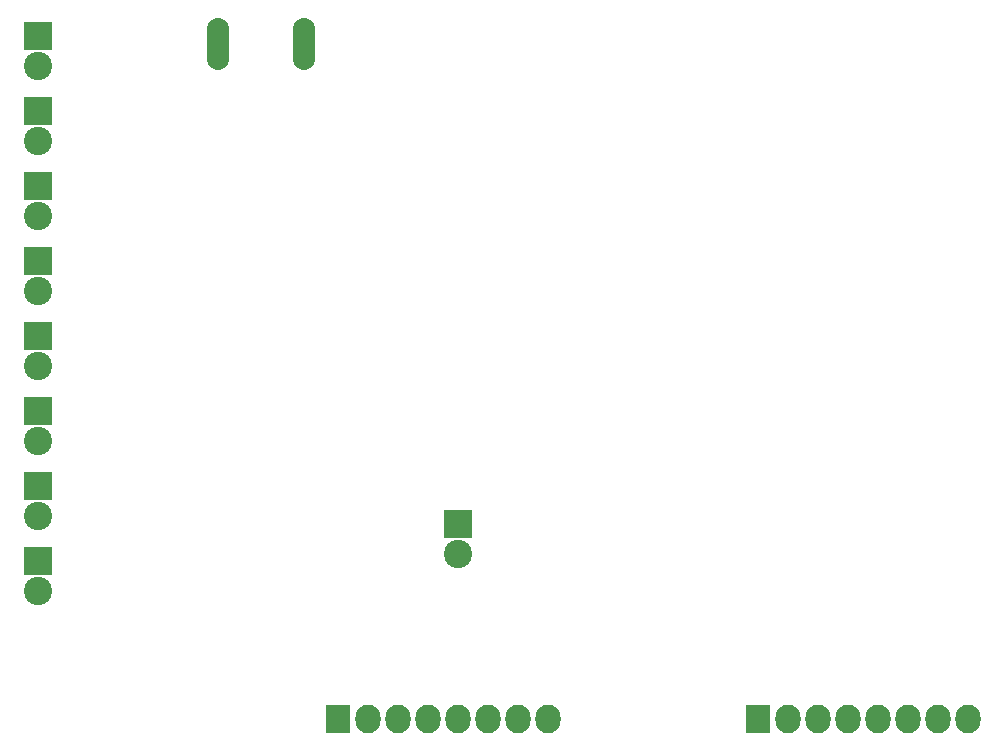
<source format=gbs>
G04 #@! TF.FileFunction,Soldermask,Bot*
%FSLAX46Y46*%
G04 Gerber Fmt 4.6, Leading zero omitted, Abs format (unit mm)*
G04 Created by KiCad (PCBNEW 4.0.2+dfsg1-stable) date Tue 17 Jul 2018 08:19:24 PM MDT*
%MOMM*%
G01*
G04 APERTURE LIST*
%ADD10C,0.100000*%
%ADD11O,1.900000X4.400000*%
%ADD12R,2.127200X2.432000*%
%ADD13O,2.127200X2.432000*%
%ADD14R,2.400000X2.400000*%
%ADD15C,2.400000*%
G04 APERTURE END LIST*
D10*
D11*
X126680000Y-55245000D03*
X119380000Y-55245000D03*
D12*
X129540000Y-112395000D03*
D13*
X132080000Y-112395000D03*
X134620000Y-112395000D03*
X137160000Y-112395000D03*
X139700000Y-112395000D03*
X142240000Y-112395000D03*
X144780000Y-112395000D03*
X147320000Y-112395000D03*
D12*
X165100000Y-112395000D03*
D13*
X167640000Y-112395000D03*
X170180000Y-112395000D03*
X172720000Y-112395000D03*
X175260000Y-112395000D03*
X177800000Y-112395000D03*
X180340000Y-112395000D03*
X182880000Y-112395000D03*
D14*
X104140000Y-99060000D03*
D15*
X104140000Y-101600000D03*
D14*
X104140000Y-92710000D03*
D15*
X104140000Y-95250000D03*
D14*
X104140000Y-86360000D03*
D15*
X104140000Y-88900000D03*
D14*
X104140000Y-80010000D03*
D15*
X104140000Y-82550000D03*
D14*
X104140000Y-73660000D03*
D15*
X104140000Y-76200000D03*
D14*
X104140000Y-67310000D03*
D15*
X104140000Y-69850000D03*
D14*
X104140000Y-60960000D03*
D15*
X104140000Y-63500000D03*
D14*
X104140000Y-54610000D03*
D15*
X104140000Y-57150000D03*
D14*
X139700000Y-95885000D03*
D15*
X139700000Y-98425000D03*
M02*

</source>
